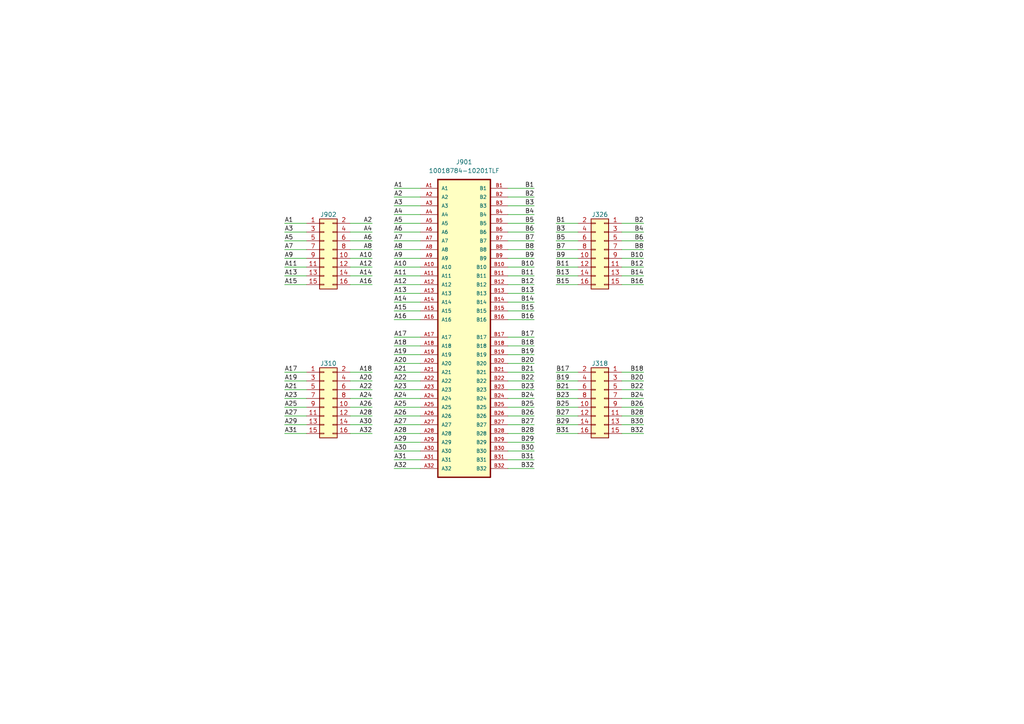
<source format=kicad_sch>
(kicad_sch (version 20250114) (generator "eeschema") (generator_version "9.0")
  (paper "A4")
  (lib_symbols
    (symbol "Connector_Generic:Conn_02x08_Odd_Even" (pin_names (offset 1.016) (hide yes))
      (property "Reference" "J" (at 1.27 10.16 0))
      (property "Value" "Conn_02x08_Odd_Even" (at 1.27 -12.7 0))
      (symbol "Conn_02x08_Odd_Even_1_1"
        (rectangle (start -1.27 8.89) (end 3.81 -11.43) (stroke (width 0.254)) (fill (type background)))
        (rectangle (start -1.27 7.747) (end 0 7.493) (stroke (width 0.1524)))
        (rectangle (start -1.27 5.207) (end 0 4.953) (stroke (width 0.1524)))
        (rectangle (start -1.27 2.667) (end 0 2.413) (stroke (width 0.1524)))
        (rectangle (start -1.27 0.127) (end 0 -0.127) (stroke (width 0.1524)))
        (rectangle (start -1.27 -2.413) (end 0 -2.667) (stroke (width 0.1524)))
        (rectangle (start -1.27 -4.953) (end 0 -5.207) (stroke (width 0.1524)))
        (rectangle (start -1.27 -7.493) (end 0 -7.747) (stroke (width 0.1524)))
        (rectangle (start -1.27 -10.033) (end 0 -10.287) (stroke (width 0.1524)))
        (rectangle (start 3.81 7.747) (end 2.54 7.493) (stroke (width 0.1524)))
        (rectangle (start 3.81 5.207) (end 2.54 4.953) (stroke (width 0.1524)))
        (rectangle (start 3.81 2.667) (end 2.54 2.413) (stroke (width 0.1524)))
        (rectangle (start 3.81 0.127) (end 2.54 -0.127) (stroke (width 0.1524)))
        (rectangle (start 3.81 -2.413) (end 2.54 -2.667) (stroke (width 0.1524)))
        (rectangle (start 3.81 -4.953) (end 2.54 -5.207) (stroke (width 0.1524)))
        (rectangle (start 3.81 -7.493) (end 2.54 -7.747) (stroke (width 0.1524)))
        (rectangle (start 3.81 -10.033) (end 2.54 -10.287) (stroke (width 0.1524)))
        (pin passive line (at -5.08 7.62 0) (length 3.81) (name "Pin_1") (number "1"))
        (pin passive line (at -5.08 5.08 0) (length 3.81) (name "Pin_3") (number "3"))
        (pin passive line (at -5.08 2.54 0) (length 3.81) (name "Pin_5") (number "5"))
        (pin passive line (at -5.08 0 0) (length 3.81) (name "Pin_7") (number "7"))
        (pin passive line (at -5.08 -2.54 0) (length 3.81) (name "Pin_9") (number "9"))
        (pin passive line (at -5.08 -5.08 0) (length 3.81) (name "Pin_11") (number "11"))
        (pin passive line (at -5.08 -7.62 0) (length 3.81) (name "Pin_13") (number "13"))
        (pin passive line (at -5.08 -10.16 0) (length 3.81) (name "Pin_15") (number "15"))
        (pin passive line (at 7.62 7.62 180) (length 3.81) (name "Pin_2") (number "2"))
        (pin passive line (at 7.62 5.08 180) (length 3.81) (name "Pin_4") (number "4"))
        (pin passive line (at 7.62 2.54 180) (length 3.81) (name "Pin_6") (number "6"))
        (pin passive line (at 7.62 0 180) (length 3.81) (name "Pin_8") (number "8"))
        (pin passive line (at 7.62 -2.54 180) (length 3.81) (name "Pin_10") (number "10"))
        (pin passive line (at 7.62 -5.08 180) (length 3.81) (name "Pin_12") (number "12"))
        (pin passive line (at 7.62 -7.62 180) (length 3.81) (name "Pin_14") (number "14"))
        (pin passive line (at 7.62 -10.16 180) (length 3.81) (name "Pin_16") (number "16"))
      )
    )
    (symbol "Home Computer:10018784-10201TLF" (pin_names (offset 1.016))
      (property "Reference" "J" (at -7.6348 45.8086 0))
      (property "Value" "10018784-10201TLF" (at -7.6251 -48.2925 0))
      (symbol "10018784-10201TLF_0_0"
        (rectangle (start -7.62 43.18) (end 7.62 -43.18) (stroke (width 0.4064)) (fill (type background)))
        (pin passive line (at -12.7 40.64 0) (length 5.08) (name "A1") (number "A1"))
        (pin passive line (at -12.7 38.1 0) (length 5.08) (name "A2") (number "A2"))
        (pin passive line (at -12.7 35.56 0) (length 5.08) (name "A3") (number "A3"))
        (pin passive line (at -12.7 33.02 0) (length 5.08) (name "A4") (number "A4"))
        (pin passive line (at -12.7 30.48 0) (length 5.08) (name "A5") (number "A5"))
        (pin passive line (at -12.7 27.94 0) (length 5.08) (name "A6") (number "A6"))
        (pin passive line (at -12.7 25.4 0) (length 5.08) (name "A7") (number "A7"))
        (pin passive line (at -12.7 22.86 0) (length 5.08) (name "A8") (number "A8"))
        (pin passive line (at -12.7 20.32 0) (length 5.08) (name "A9") (number "A9"))
        (pin passive line (at -12.7 17.78 0) (length 5.08) (name "A10") (number "A10"))
        (pin passive line (at -12.7 15.24 0) (length 5.08) (name "A11") (number "A11"))
        (pin passive line (at -12.7 12.7 0) (length 5.08) (name "A12") (number "A12"))
        (pin passive line (at -12.7 10.16 0) (length 5.08) (name "A13") (number "A13"))
        (pin passive line (at -12.7 7.62 0) (length 5.08) (name "A14") (number "A14"))
        (pin passive line (at -12.7 5.08 0) (length 5.08) (name "A15") (number "A15"))
        (pin passive line (at -12.7 2.54 0) (length 5.08) (name "A16") (number "A16"))
        (pin passive line (at -12.7 -2.54 0) (length 5.08) (name "A17") (number "A17"))
        (pin passive line (at -12.7 -5.08 0) (length 5.08) (name "A18") (number "A18"))
        (pin passive line (at -12.7 -7.62 0) (length 5.08) (name "A19") (number "A19"))
        (pin passive line (at -12.7 -10.16 0) (length 5.08) (name "A20") (number "A20"))
        (pin passive line (at -12.7 -12.7 0) (length 5.08) (name "A21") (number "A21"))
        (pin passive line (at -12.7 -15.24 0) (length 5.08) (name "A22") (number "A22"))
        (pin passive line (at -12.7 -17.78 0) (length 5.08) (name "A23") (number "A23"))
        (pin passive line (at -12.7 -20.32 0) (length 5.08) (name "A24") (number "A24"))
        (pin passive line (at -12.7 -22.86 0) (length 5.08) (name "A25") (number "A25"))
        (pin passive line (at -12.7 -25.4 0) (length 5.08) (name "A26") (number "A26"))
        (pin passive line (at -12.7 -27.94 0) (length 5.08) (name "A27") (number "A27"))
        (pin passive line (at -12.7 -30.48 0) (length 5.08) (name "A28") (number "A28"))
        (pin passive line (at -12.7 -33.02 0) (length 5.08) (name "A29") (number "A29"))
        (pin passive line (at -12.7 -35.56 0) (length 5.08) (name "A30") (number "A30"))
        (pin passive line (at -12.7 -38.1 0) (length 5.08) (name "A31") (number "A31"))
        (pin passive line (at -12.7 -40.64 0) (length 5.08) (name "A32") (number "A32"))
        (pin passive line (at 12.7 40.64 180) (length 5.08) (name "B1") (number "B1"))
        (pin passive line (at 12.7 38.1 180) (length 5.08) (name "B2") (number "B2"))
        (pin passive line (at 12.7 35.56 180) (length 5.08) (name "B3") (number "B3"))
        (pin passive line (at 12.7 33.02 180) (length 5.08) (name "B4") (number "B4"))
        (pin passive line (at 12.7 30.48 180) (length 5.08) (name "B5") (number "B5"))
        (pin passive line (at 12.7 27.94 180) (length 5.08) (name "B6") (number "B6"))
        (pin passive line (at 12.7 25.4 180) (length 5.08) (name "B7") (number "B7"))
        (pin passive line (at 12.7 22.86 180) (length 5.08) (name "B8") (number "B8"))
        (pin passive line (at 12.7 20.32 180) (length 5.08) (name "B9") (number "B9"))
        (pin passive line (at 12.7 17.78 180) (length 5.08) (name "B10") (number "B10"))
        (pin passive line (at 12.7 15.24 180) (length 5.08) (name "B11") (number "B11"))
        (pin passive line (at 12.7 12.7 180) (length 5.08) (name "B12") (number "B12"))
        (pin passive line (at 12.7 10.16 180) (length 5.08) (name "B13") (number "B13"))
        (pin passive line (at 12.7 7.62 180) (length 5.08) (name "B14") (number "B14"))
        (pin passive line (at 12.7 5.08 180) (length 5.08) (name "B15") (number "B15"))
        (pin passive line (at 12.7 2.54 180) (length 5.08) (name "B16") (number "B16"))
        (pin passive line (at 12.7 -2.54 180) (length 5.08) (name "B17") (number "B17"))
        (pin passive line (at 12.7 -5.08 180) (length 5.08) (name "B18") (number "B18"))
        (pin passive line (at 12.7 -7.62 180) (length 5.08) (name "B19") (number "B19"))
        (pin passive line (at 12.7 -10.16 180) (length 5.08) (name "B20") (number "B20"))
        (pin passive line (at 12.7 -12.7 180) (length 5.08) (name "B21") (number "B21"))
        (pin passive line (at 12.7 -15.24 180) (length 5.08) (name "B22") (number "B22"))
        (pin passive line (at 12.7 -17.78 180) (length 5.08) (name "B23") (number "B23"))
        (pin passive line (at 12.7 -20.32 180) (length 5.08) (name "B24") (number "B24"))
        (pin passive line (at 12.7 -22.86 180) (length 5.08) (name "B25") (number "B25"))
        (pin passive line (at 12.7 -25.4 180) (length 5.08) (name "B26") (number "B26"))
        (pin passive line (at 12.7 -27.94 180) (length 5.08) (name "B27") (number "B27"))
        (pin passive line (at 12.7 -30.48 180) (length 5.08) (name "B28") (number "B28"))
        (pin passive line (at 12.7 -33.02 180) (length 5.08) (name "B29") (number "B29"))
        (pin passive line (at 12.7 -35.56 180) (length 5.08) (name "B30") (number "B30"))
        (pin passive line (at 12.7 -38.1 180) (length 5.08) (name "B31") (number "B31"))
        (pin passive line (at 12.7 -40.64 180) (length 5.08) (name "B32") (number "B32"))
      )
    )
  )
  (wire (pts (xy 88.9 69.85) (xy 82.55 69.85)))
  (wire (pts (xy 101.6 118.11) (xy 107.95 118.11)))
  (wire (pts (xy 180.34 64.77) (xy 186.69 64.77)))
  (wire (pts (xy 154.94 62.23) (xy 147.32 62.23)))
  (wire (pts (xy 154.94 74.93) (xy 147.32 74.93)))
  (wire (pts (xy 154.94 120.65) (xy 147.32 120.65)))
  (wire (pts (xy 114.3 74.93) (xy 121.92 74.93)))
  (wire (pts (xy 154.94 113.03) (xy 147.32 113.03)))
  (wire (pts (xy 88.9 118.11) (xy 82.55 118.11)))
  (wire (pts (xy 114.3 82.55) (xy 121.92 82.55)))
  (wire (pts (xy 154.94 110.49) (xy 147.32 110.49)))
  (wire (pts (xy 114.3 102.87) (xy 121.92 102.87)))
  (wire (pts (xy 114.3 97.79) (xy 121.92 97.79)))
  (wire (pts (xy 154.94 69.85) (xy 147.32 69.85)))
  (wire (pts (xy 114.3 57.15) (xy 121.92 57.15)))
  (wire (pts (xy 154.94 82.55) (xy 147.32 82.55)))
  (wire (pts (xy 88.9 82.55) (xy 82.55 82.55)))
  (wire (pts (xy 101.6 123.19) (xy 107.95 123.19)))
  (wire (pts (xy 114.3 54.61) (xy 121.92 54.61)))
  (wire (pts (xy 167.64 113.03) (xy 161.29 113.03)))
  (wire (pts (xy 154.94 54.61) (xy 147.32 54.61)))
  (wire (pts (xy 114.3 125.73) (xy 121.92 125.73)))
  (wire (pts (xy 180.34 69.85) (xy 186.69 69.85)))
  (wire (pts (xy 154.94 67.31) (xy 147.32 67.31)))
  (wire (pts (xy 88.9 64.77) (xy 82.55 64.77)))
  (wire (pts (xy 180.34 67.31) (xy 186.69 67.31)))
  (wire (pts (xy 114.3 69.85) (xy 121.92 69.85)))
  (wire (pts (xy 154.94 133.35) (xy 147.32 133.35)))
  (wire (pts (xy 154.94 92.71) (xy 147.32 92.71)))
  (wire (pts (xy 88.9 123.19) (xy 82.55 123.19)))
  (wire (pts (xy 101.6 64.77) (xy 107.95 64.77)))
  (wire (pts (xy 180.34 120.65) (xy 186.69 120.65)))
  (wire (pts (xy 114.3 128.27) (xy 121.92 128.27)))
  (wire (pts (xy 101.6 110.49) (xy 107.95 110.49)))
  (wire (pts (xy 154.94 113.03) (xy 154.94 113.0449)))
  (wire (pts (xy 88.9 74.93) (xy 82.55 74.93)))
  (wire (pts (xy 167.64 118.11) (xy 161.29 118.11)))
  (wire (pts (xy 114.3 67.31) (xy 121.92 67.31)))
  (wire (pts (xy 167.64 123.19) (xy 161.29 123.19)))
  (wire (pts (xy 154.94 59.69) (xy 147.32 59.69)))
  (wire (pts (xy 154.94 87.63) (xy 147.32 87.63)))
  (wire (pts (xy 114.3 113.03) (xy 114.3 113.0449)))
  (wire (pts (xy 114.3 105.41) (xy 121.92 105.41)))
  (wire (pts (xy 167.64 107.95) (xy 161.29 107.95)))
  (wire (pts (xy 114.3 133.35) (xy 121.92 133.35)))
  (wire (pts (xy 101.6 107.95) (xy 107.95 107.95)))
  (wire (pts (xy 154.94 72.39) (xy 147.32 72.39)))
  (wire (pts (xy 154.94 100.33) (xy 147.32 100.33)))
  (wire (pts (xy 154.94 130.81) (xy 147.32 130.81)))
  (wire (pts (xy 114.3 115.57) (xy 121.92 115.57)))
  (wire (pts (xy 167.64 69.85) (xy 161.29 69.85)))
  (wire (pts (xy 180.34 72.39) (xy 186.69 72.39)))
  (wire (pts (xy 114.3 120.65) (xy 121.92 120.65)))
  (wire (pts (xy 167.64 120.65) (xy 161.29 120.65)))
  (wire (pts (xy 88.9 67.31) (xy 82.55 67.31)))
  (wire (pts (xy 154.94 123.19) (xy 147.32 123.19)))
  (wire (pts (xy 154.94 97.79) (xy 147.32 97.79)))
  (wire (pts (xy 101.6 77.47) (xy 107.95 77.47)))
  (wire (pts (xy 154.94 125.73) (xy 147.32 125.73)))
  (wire (pts (xy 114.3 107.95) (xy 121.92 107.95)))
  (wire (pts (xy 154.94 128.27) (xy 147.32 128.27)))
  (wire (pts (xy 167.64 125.73) (xy 161.29 125.73)))
  (wire (pts (xy 114.3 130.81) (xy 121.92 130.81)))
  (wire (pts (xy 154.94 107.95) (xy 147.32 107.95)))
  (wire (pts (xy 101.6 113.03) (xy 107.95 113.03)))
  (wire (pts (xy 154.94 135.89) (xy 147.32 135.89)))
  (wire (pts (xy 180.34 82.55) (xy 186.69 82.55)))
  (wire (pts (xy 114.3 123.19) (xy 121.92 123.19)))
  (wire (pts (xy 114.3 100.33) (xy 121.92 100.33)))
  (wire (pts (xy 154.94 105.41) (xy 147.32 105.41)))
  (wire (pts (xy 167.64 110.49) (xy 161.29 110.49)))
  (wire (pts (xy 114.3 62.23) (xy 121.92 62.23)))
  (wire (pts (xy 114.3 135.89) (xy 121.92 135.89)))
  (wire (pts (xy 101.6 80.01) (xy 107.95 80.01)))
  (wire (pts (xy 180.34 74.93) (xy 186.69 74.93)))
  (wire (pts (xy 167.64 80.01) (xy 161.29 80.01)))
  (wire (pts (xy 88.9 80.01) (xy 82.55 80.01)))
  (wire (pts (xy 114.3 87.63) (xy 121.92 87.63)))
  (wire (pts (xy 167.64 82.55) (xy 161.29 82.55)))
  (wire (pts (xy 167.64 64.77) (xy 161.29 64.77)))
  (wire (pts (xy 114.3 59.69) (xy 121.92 59.69)))
  (wire (pts (xy 180.34 80.01) (xy 186.69 80.01)))
  (wire (pts (xy 101.6 69.85) (xy 107.95 69.85)))
  (wire (pts (xy 101.6 74.93) (xy 107.95 74.93)))
  (wire (pts (xy 167.64 77.47) (xy 161.29 77.47)))
  (wire (pts (xy 180.34 118.11) (xy 186.69 118.11)))
  (wire (pts (xy 114.3 85.09) (xy 121.92 85.09)))
  (wire (pts (xy 114.3 92.71) (xy 121.92 92.71)))
  (wire (pts (xy 154.94 85.09) (xy 147.32 85.09)))
  (wire (pts (xy 114.3 110.49) (xy 121.92 110.49)))
  (wire (pts (xy 88.9 110.49) (xy 82.55 110.49)))
  (wire (pts (xy 101.6 115.57) (xy 107.95 115.57)))
  (wire (pts (xy 114.3 80.01) (xy 121.92 80.01)))
  (wire (pts (xy 154.94 80.01) (xy 147.32 80.01)))
  (wire (pts (xy 154.94 64.77) (xy 147.32 64.77)))
  (wire (pts (xy 101.6 72.39) (xy 107.95 72.39)))
  (wire (pts (xy 180.34 107.95) (xy 186.69 107.95)))
  (wire (pts (xy 114.3 90.17) (xy 121.92 90.17)))
  (wire (pts (xy 167.64 67.31) (xy 161.29 67.31)))
  (wire (pts (xy 154.94 115.57) (xy 147.32 115.57)))
  (wire (pts (xy 114.3 64.77) (xy 121.92 64.77)))
  (wire (pts (xy 88.9 72.39) (xy 82.55 72.39)))
  (wire (pts (xy 88.9 120.65) (xy 82.55 120.65)))
  (wire (pts (xy 88.9 107.95) (xy 82.55 107.95)))
  (wire (pts (xy 167.64 115.57) (xy 161.29 115.57)))
  (wire (pts (xy 180.34 77.47) (xy 186.69 77.47)))
  (wire (pts (xy 180.34 115.57) (xy 186.69 115.57)))
  (wire (pts (xy 154.94 90.17) (xy 147.32 90.17)))
  (wire (pts (xy 167.64 74.93) (xy 161.29 74.93)))
  (wire (pts (xy 88.9 113.03) (xy 82.55 113.03)))
  (wire (pts (xy 114.3 118.11) (xy 121.92 118.11)))
  (wire (pts (xy 180.34 125.73) (xy 186.69 125.73)))
  (wire (pts (xy 101.6 82.55) (xy 107.95 82.55)))
  (wire (pts (xy 154.94 77.47) (xy 147.32 77.47)))
  (wire (pts (xy 88.9 125.73) (xy 82.55 125.73)))
  (wire (pts (xy 88.9 115.57) (xy 82.55 115.57)))
  (wire (pts (xy 154.94 118.11) (xy 147.32 118.11)))
  (wire (pts (xy 167.64 72.39) (xy 161.29 72.39)))
  (wire (pts (xy 101.6 125.73) (xy 107.95 125.73)))
  (wire (pts (xy 114.3 77.47) (xy 121.92 77.47)))
  (wire (pts (xy 114.3 113.03) (xy 121.92 113.03)))
  (wire (pts (xy 154.94 57.15) (xy 147.32 57.15)))
  (wire (pts (xy 154.94 102.87) (xy 147.32 102.87)))
  (wire (pts (xy 180.34 110.49) (xy 186.69 110.49)))
  (wire (pts (xy 180.34 123.19) (xy 186.69 123.19)))
  (wire (pts (xy 101.6 67.31) (xy 107.95 67.31)))
  (wire (pts (xy 114.3 72.39) (xy 121.92 72.39)))
  (wire (pts (xy 101.6 120.65) (xy 107.95 120.65)))
  (wire (pts (xy 88.9 77.47) (xy 82.55 77.47)))
  (wire (pts (xy 180.34 113.03) (xy 186.69 113.03)))
  (label "A8" (at 107.95 72.39 180))
  (label "B32" (at 154.94 135.89 180))
  (label "A5" (at 114.3 64.77 0))
  (label "B8" (at 154.94 72.39 180))
  (label "A25" (at 114.3 118.11 0))
  (label "B26" (at 154.94 120.65 180))
  (label "B28" (at 154.94 125.73 180))
  (label "B2" (at 154.94 57.15 180))
  (label "B24" (at 154.94 115.57 180))
  (label "A16" (at 114.3 92.71 0))
  (label "B13" (at 154.94 85.09 180))
  (label "A17" (at 114.3 97.79 0))
  (label "B16" (at 186.69 82.55 180))
  (label "B10" (at 186.69 74.93 180))
  (label "A19" (at 114.3 102.87 0))
  (label "B8" (at 186.69 72.39 180))
  (label "B15" (at 154.94 90.17 180))
  (label "B9" (at 161.29 74.93 0))
  (label "A8" (at 114.3 72.39 0))
  (label "B3" (at 154.94 59.69 180))
  (label "B20" (at 154.94 105.41 180))
  (label "A15" (at 82.55 82.55 0))
  (label "B29" (at 161.29 123.19 0))
  (label "A4" (at 114.3 62.23 0))
  (label "B23" (at 154.94 113.0449 180))
  (label "A23" (at 82.55 115.57 0))
  (label "B1" (at 154.94 54.61 180))
  (label "A11" (at 114.3 80.01 0))
  (label "A27" (at 114.3 123.19 0))
  (label "A16" (at 107.95 82.55 180))
  (label "A9" (at 82.55 74.93 0))
  (label "A4" (at 107.95 67.31 180))
  (label "B18" (at 186.69 107.95 180))
  (label "A12" (at 114.3 82.55 0))
  (label "A20" (at 114.3 105.41 0))
  (label "A22" (at 114.3 110.49 0))
  (label "B27" (at 161.29 120.65 0))
  (label "B1" (at 161.29 64.77 0))
  (label "B3" (at 161.29 67.31 0))
  (label "A19" (at 82.55 110.49 0))
  (label "B12" (at 154.94 82.55 180))
  (label "B11" (at 161.29 77.47 0))
  (label "B28" (at 186.69 120.65 180))
  (label "B13" (at 161.29 80.01 0))
  (label "A20" (at 107.95 110.49 180))
  (label "A1" (at 82.55 64.77 0))
  (label "A3" (at 114.3 59.69 0))
  (label "B5" (at 161.29 69.85 0))
  (label "B21" (at 161.29 113.03 0))
  (label "B14" (at 186.69 80.01 180))
  (label "B30" (at 186.69 123.19 180))
  (label "A28" (at 114.3 125.73 0))
  (label "A12" (at 107.95 77.47 180))
  (label "A23" (at 114.3 113.0449 0))
  (label "B23" (at 161.29 115.57 0))
  (label "B25" (at 161.29 118.11 0))
  (label "A26" (at 114.3 120.65 0))
  (label "A18" (at 107.95 107.95 180))
  (label "A31" (at 82.55 125.73 0))
  (label "A3" (at 82.55 67.31 0))
  (label "A25" (at 82.55 118.11 0))
  (label "A17" (at 82.55 107.95 0))
  (label "A24" (at 114.3 115.57 0))
  (label "B20" (at 186.69 110.49 180))
  (label "A1" (at 114.3 54.61 0))
  (label "A6" (at 107.95 69.85 180))
  (label "A10" (at 114.3 77.47 0))
  (label "A32" (at 114.3 135.89 0))
  (label "B6" (at 154.94 67.31 180))
  (label "A15" (at 114.3 90.17 0))
  (label "A21" (at 114.3 107.95 0))
  (label "A11" (at 82.55 77.47 0))
  (label "B10" (at 154.94 77.47 180))
  (label "A28" (at 107.95 120.65 180))
  (label "B21" (at 154.94 107.95 180))
  (label "A30" (at 114.3 130.81 0))
  (label "B18" (at 154.94 100.33 180))
  (label "A27" (at 82.55 120.65 0))
  (label "B22" (at 154.94 110.49 180))
  (label "A13" (at 114.3 85.09 0))
  (label "A32" (at 107.95 125.73 180))
  (label "A18" (at 114.3 100.33 0))
  (label "B16" (at 154.94 92.71 180))
  (label "A6" (at 114.3 67.31 0))
  (label "B4" (at 154.94 62.23 180))
  (label "A14" (at 114.3 87.63 0))
  (label "B9" (at 154.94 74.93 180))
  (label "B12" (at 186.69 77.47 180))
  (label "A7" (at 114.3 69.85 0))
  (label "B32" (at 186.69 125.73 180))
  (label "B11" (at 154.94 80.01 180))
  (label "B15" (at 161.29 82.55 0))
  (label "A2" (at 107.95 64.77 180))
  (label "B29" (at 154.94 128.27 180))
  (label "B7" (at 161.29 72.39 0))
  (label "B26" (at 186.69 118.11 180))
  (label "B5" (at 154.94 64.77 180))
  (label "A13" (at 82.55 80.01 0))
  (label "A9" (at 114.3 74.93 0))
  (label "B6" (at 186.69 69.85 180))
  (label "A10" (at 107.95 74.93 180))
  (label "A24" (at 107.95 115.57 180))
  (label "B22" (at 186.69 113.03 180))
  (label "A7" (at 82.55 72.39 0))
  (label "B7" (at 154.94 69.85 180))
  (label "A26" (at 107.95 118.11 180))
  (label "B25" (at 154.94 118.11 180))
  (label "B17" (at 161.29 107.95 0))
  (label "A22" (at 107.95 113.03 180))
  (label "A29" (at 82.55 123.19 0))
  (label "A14" (at 107.95 80.01 180))
  (label "B19" (at 154.94 102.87 180))
  (label "A29" (at 114.3 128.27 0))
  (label "B30" (at 154.94 130.81 180))
  (label "B14" (at 154.94 87.63 180))
  (label "B2" (at 186.69 64.77 180))
  (label "B31" (at 154.94 133.35 180))
  (label "A31" (at 114.3 133.35 0))
  (label "B27" (at 154.94 123.19 180))
  (label "B4" (at 186.69 67.31 180))
  (label "A21" (at 82.55 113.03 0))
  (label "B19" (at 161.29 110.49 0))
  (label "A30" (at 107.95 123.19 180))
  (label "A5" (at 82.55 69.85 0))
  (label "B24" (at 186.69 115.57 180))
  (label "A2" (at 114.3 57.15 0))
  (label "B31" (at 161.29 125.73 0))
  (label "B17" (at 154.94 97.79 180))
  (symbol (lib_id "Connector_Generic:Conn_02x08_Odd_Even") (at 93.98 115.57 0) (unit 1)
    (property "Reference" "J303" (at 95.25 105.41 0))
    (property "Value" "Conn_02x08_Odd_Even" (effects (hide yes)))
    (property "Footprint" "Connector_PinHeader_2.54mm:PinHeader_2x08_P2.54mm_Vertical" (effects (hide yes)))
    (property "Description" "Generic connector, double row, 02x08, odd/even pin numbering scheme (row 1 odd numbers, row 2 even numbers), script generated (kicad-library-utils/schlib/autogen/connector/)" (effects (hide yes)))
    (instances (project "Backplane" (path "" (reference "J310") (unit 1)) (path "" (reference "J307") (unit 1)) (path "" (reference "J309") (unit 1)) (path "" (reference "J308") (unit 1)) (path "" (reference "J304") (unit 1)) (path "" (reference "J305") (unit 1)) (path "" (reference "J306") (unit 1)) (path "" (reference "J303") (unit 1))))
  )
  (symbol (lib_id "Connector_Generic:Conn_02x08_Odd_Even") (at 175.26 115.57 0) (mirror y) (unit 1)
    (property "Reference" "J311" (at 173.99 105.41 0))
    (property "Value" "Conn_02x08_Odd_Even" (effects (hide yes)))
    (property "Footprint" "Connector_PinHeader_2.54mm:PinHeader_2x08_P2.54mm_Vertical" (effects (hide yes)))
    (property "Description" "Generic connector, double row, 02x08, odd/even pin numbering scheme (row 1 odd numbers, row 2 even numbers), script generated (kicad-library-utils/schlib/autogen/connector/)" (effects (hide yes)))
    (instances (project "Backplane" (path "" (reference "J318") (unit 1)) (path "" (reference "J315") (unit 1)) (path "" (reference "J317") (unit 1)) (path "" (reference "J316") (unit 1)) (path "" (reference "J312") (unit 1)) (path "" (reference "J313") (unit 1)) (path "" (reference "J314") (unit 1)) (path "" (reference "J311") (unit 1))))
  )
  (symbol (lib_id "Connector_Generic:Conn_02x08_Odd_Even") (at 175.26 72.39 0) (mirror y) (unit 1)
    (property "Reference" "J319" (at 173.99 62.23 0))
    (property "Value" "Conn_02x08_Odd_Even" (effects (hide yes)))
    (property "Footprint" "Connector_PinHeader_2.54mm:PinHeader_2x08_P2.54mm_Vertical" (effects (hide yes)))
    (property "Description" "Generic connector, double row, 02x08, odd/even pin numbering scheme (row 1 odd numbers, row 2 even numbers), script generated (kicad-library-utils/schlib/autogen/connector/)" (effects (hide yes)))
    (instances (project "Backplane" (path "" (reference "J326") (unit 1)) (path "" (reference "J323") (unit 1)) (path "" (reference "J325") (unit 1)) (path "" (reference "J324") (unit 1)) (path "" (reference "J320") (unit 1)) (path "" (reference "J321") (unit 1)) (path "" (reference "J322") (unit 1)) (path "" (reference "J319") (unit 1))))
  )
  (symbol (lib_id "Connector_Generic:Conn_02x08_Odd_Even") (at 93.98 72.39 0) (unit 1)
    (property "Reference" "J202" (at 95.25 62.23 0))
    (property "Value" "Conn_02x08_Odd_Even" (effects (hide yes)))
    (property "Footprint" "Connector_PinHeader_2.54mm:PinHeader_2x08_P2.54mm_Vertical" (effects (hide yes)))
    (property "Description" "Generic connector, double row, 02x08, odd/even pin numbering scheme (row 1 odd numbers, row 2 even numbers), script generated (kicad-library-utils/schlib/autogen/connector/)" (effects (hide yes)))
    (instances (project "" (path "" (reference "J902") (unit 1)) (path "" (reference "J602") (unit 1)) (path "" (reference "J802") (unit 1)) (path "" (reference "J702") (unit 1)) (path "" (reference "J302") (unit 1)) (path "" (reference "J402") (unit 1)) (path "" (reference "J502") (unit 1)) (path "" (reference "J202") (unit 1))))
  )
  (symbol (lib_id "Home Computer:10018784-10201TLF") (at 134.62 95.25 0) (unit 1)
    (property "Reference" "J201" (at 134.62 46.99 0))
    (property "Value" "10018784-10201TLF" (at 134.62 49.53 0))
    (property "Footprint" "Home Computer:CONN_10018784-10201TLF" (effects (hide yes)))
    (property "Datasheet" "https://www.mouser.de/datasheet/2/18/10018784-1228695.pdf" (effects (hide yes)))
    (property "Description" "PCIe Connector" (effects (hide yes)))
    (property "PARTREV" "A" (effects (hide yes)))
    (property "STANDARD" "MANUFACTURER RECOMMENDATIONS" (effects (hide yes)))
    (property "MANUFACTURER" "AMPHENOL" (effects (hide yes)))
    (instances (project "" (path "" (reference "J901") (unit 1)) (path "" (reference "J601") (unit 1)) (path "" (reference "J801") (unit 1)) (path "" (reference "J701") (unit 1)) (path "" (reference "J301") (unit 1)) (path "" (reference "J401") (unit 1)) (path "" (reference "J501") (unit 1)) (path "" (reference "J201") (unit 1))))
  )
)
</source>
